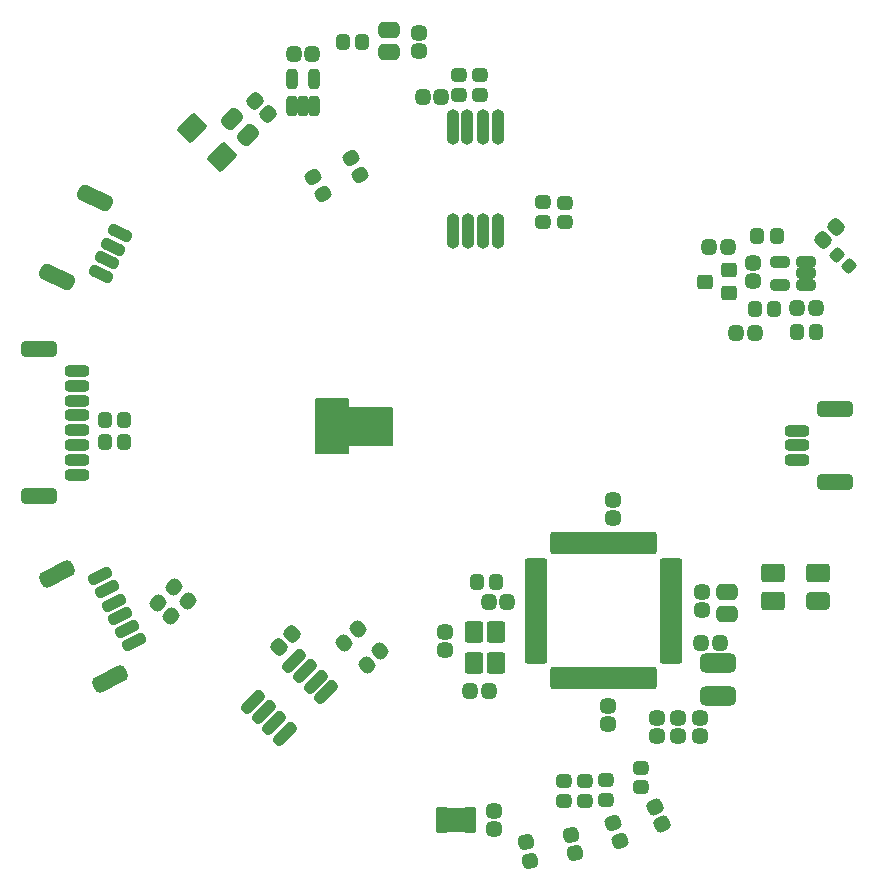
<source format=gbr>
%TF.GenerationSoftware,KiCad,Pcbnew,6.0.4-6f826c9f35~116~ubuntu20.04.1*%
%TF.CreationDate,2022-04-17T22:19:29+00:00*%
%TF.ProjectId,USTTHUNDERMILLPCB01,55535454-4855-44e4-9445-524d494c4c50,rev?*%
%TF.SameCoordinates,Original*%
%TF.FileFunction,Soldermask,Top*%
%TF.FilePolarity,Negative*%
%FSLAX46Y46*%
G04 Gerber Fmt 4.6, Leading zero omitted, Abs format (unit mm)*
G04 Created by KiCad (PCBNEW 6.0.4-6f826c9f35~116~ubuntu20.04.1) date 2022-04-17 22:19:29*
%MOMM*%
%LPD*%
G01*
G04 APERTURE LIST*
G04 Aperture macros list*
%AMRoundRect*
0 Rectangle with rounded corners*
0 $1 Rounding radius*
0 $2 $3 $4 $5 $6 $7 $8 $9 X,Y pos of 4 corners*
0 Add a 4 corners polygon primitive as box body*
4,1,4,$2,$3,$4,$5,$6,$7,$8,$9,$2,$3,0*
0 Add four circle primitives for the rounded corners*
1,1,$1+$1,$2,$3*
1,1,$1+$1,$4,$5*
1,1,$1+$1,$6,$7*
1,1,$1+$1,$8,$9*
0 Add four rect primitives between the rounded corners*
20,1,$1+$1,$2,$3,$4,$5,0*
20,1,$1+$1,$4,$5,$6,$7,0*
20,1,$1+$1,$6,$7,$8,$9,0*
20,1,$1+$1,$8,$9,$2,$3,0*%
G04 Aperture macros list end*
%ADD10C,0.150000*%
%ADD11O,1.100000X3.000000*%
%ADD12RoundRect,0.400000X0.275000X-0.200000X0.275000X0.200000X-0.275000X0.200000X-0.275000X-0.200000X0*%
%ADD13RoundRect,0.400000X0.335876X0.053033X0.053033X0.335876X-0.335876X-0.053033X-0.053033X-0.335876X0*%
%ADD14RoundRect,0.425000X-0.250000X0.225000X-0.250000X-0.225000X0.250000X-0.225000X0.250000X0.225000X0*%
%ADD15RoundRect,0.450000X0.512652X0.159099X0.159099X0.512652X-0.512652X-0.159099X-0.159099X-0.512652X0*%
%ADD16RoundRect,0.418750X0.304135X-0.144974X0.190902X0.277619X-0.304135X0.144974X-0.190902X-0.277619X0*%
%ADD17RoundRect,0.400000X-0.275000X0.200000X-0.275000X-0.200000X0.275000X-0.200000X0.275000X0.200000X0*%
%ADD18RoundRect,0.418750X0.324689X-0.089959X0.139794X0.306551X-0.324689X0.089959X-0.139794X-0.306551X0*%
%ADD19RoundRect,0.400000X-0.200000X-0.275000X0.200000X-0.275000X0.200000X0.275000X-0.200000X0.275000X0*%
%ADD20RoundRect,0.418750X0.290343X-0.170929X0.214371X0.259924X-0.290343X0.170929X-0.214371X-0.259924X0*%
%ADD21RoundRect,0.400000X-0.338157X0.035705X-0.138157X-0.310705X0.338157X-0.035705X0.138157X0.310705X0*%
%ADD22RoundRect,0.425000X0.250000X-0.225000X0.250000X0.225000X-0.250000X0.225000X-0.250000X-0.225000X0*%
%ADD23RoundRect,0.450000X0.475000X-0.250000X0.475000X0.250000X-0.475000X0.250000X-0.475000X-0.250000X0*%
%ADD24RoundRect,0.450000X-0.475000X0.250000X-0.475000X-0.250000X0.475000X-0.250000X0.475000X0.250000X0*%
%ADD25RoundRect,0.350000X-0.477297X-0.689429X0.689429X0.477297X0.477297X0.689429X-0.689429X-0.477297X0*%
%ADD26RoundRect,0.350000X-0.571023X0.431779X-0.697808X0.159887X0.571023X-0.431779X0.697808X-0.159887X0*%
%ADD27RoundRect,0.450000X-0.891284X0.691457X-1.102593X0.238303X0.891284X-0.691457X1.102593X-0.238303X0*%
%ADD28RoundRect,0.425000X0.225000X0.250000X-0.225000X0.250000X-0.225000X-0.250000X0.225000X-0.250000X0*%
%ADD29RoundRect,0.200000X1.060660X0.141421X0.141421X1.060660X-1.060660X-0.141421X-0.141421X-1.060660X0*%
%ADD30RoundRect,0.450000X1.075000X-0.375000X1.075000X0.375000X-1.075000X0.375000X-1.075000X-0.375000X0*%
%ADD31RoundRect,0.425000X-0.225000X-0.250000X0.225000X-0.250000X0.225000X0.250000X-0.225000X0.250000X0*%
%ADD32RoundRect,0.400000X0.200000X0.275000X-0.200000X0.275000X-0.200000X-0.275000X0.200000X-0.275000X0*%
%ADD33RoundRect,0.350000X0.150000X-0.512500X0.150000X0.512500X-0.150000X0.512500X-0.150000X-0.512500X0*%
%ADD34RoundRect,0.200000X0.450000X0.400000X-0.450000X0.400000X-0.450000X-0.400000X0.450000X-0.400000X0*%
%ADD35RoundRect,0.200000X-0.775000X-0.575000X0.775000X-0.575000X0.775000X0.575000X-0.775000X0.575000X0*%
%ADD36RoundRect,0.200000X-0.775000X-0.525000X0.775000X-0.525000X0.775000X0.525000X-0.775000X0.525000X0*%
%ADD37RoundRect,0.200000X-0.750000X-0.275000X0.750000X-0.275000X0.750000X0.275000X-0.750000X0.275000X0*%
%ADD38RoundRect,0.200000X0.275000X-0.750000X0.275000X0.750000X-0.275000X0.750000X-0.275000X-0.750000X0*%
%ADD39RoundRect,0.200000X0.459619X0.035355X0.035355X0.459619X-0.459619X-0.035355X-0.035355X-0.459619X0*%
%ADD40RoundRect,0.400000X-0.053033X0.335876X-0.335876X0.053033X0.053033X-0.335876X0.335876X-0.053033X0*%
%ADD41RoundRect,0.350000X-0.691803X-0.184142X-0.555606X-0.451444X0.691803X0.184142X0.555606X0.451444X0*%
%ADD42RoundRect,0.450000X-1.093605X-0.276638X-0.866610X-0.722141X1.093605X0.276638X0.866610X0.722141X0*%
%ADD43RoundRect,0.350000X0.512500X0.150000X-0.512500X0.150000X-0.512500X-0.150000X0.512500X-0.150000X0*%
%ADD44RoundRect,0.200000X-0.600000X0.700000X-0.600000X-0.700000X0.600000X-0.700000X0.600000X0.700000X0*%
%ADD45RoundRect,0.350000X0.700000X-0.150000X0.700000X0.150000X-0.700000X0.150000X-0.700000X-0.150000X0*%
%ADD46RoundRect,0.450000X1.100000X-0.250000X1.100000X0.250000X-1.100000X0.250000X-1.100000X-0.250000X0*%
%ADD47RoundRect,0.425000X-0.017678X0.335876X-0.335876X0.017678X0.017678X-0.335876X0.335876X-0.017678X0*%
%ADD48RoundRect,0.425000X0.017678X-0.335876X0.335876X-0.017678X-0.017678X0.335876X-0.335876X0.017678X0*%
%ADD49RoundRect,0.425000X0.335876X0.017678X0.017678X0.335876X-0.335876X-0.017678X-0.017678X-0.335876X0*%
%ADD50RoundRect,0.200000X-0.300000X-0.150000X0.300000X-0.150000X0.300000X0.150000X-0.300000X0.150000X0*%
%ADD51RoundRect,0.200000X-0.500000X-0.850000X0.500000X-0.850000X0.500000X0.850000X-0.500000X0.850000X0*%
%ADD52RoundRect,0.350000X-0.700000X0.150000X-0.700000X-0.150000X0.700000X-0.150000X0.700000X0.150000X0*%
%ADD53RoundRect,0.450000X-1.100000X0.250000X-1.100000X-0.250000X1.100000X-0.250000X1.100000X0.250000X0*%
%ADD54RoundRect,0.418750X0.315613X-0.117915X0.165979X0.293200X-0.315613X0.117915X-0.165979X-0.293200X0*%
G04 APERTURE END LIST*
D10*
X-7493200Y1544000D02*
X-12593200Y1544000D01*
X-12593200Y1544000D02*
X-12593200Y-1556000D01*
X-12593200Y-1556000D02*
X-7493200Y-1556000D01*
X-7493200Y-1556000D02*
X-7493200Y1544000D01*
G36*
X-7493200Y1544000D02*
G01*
X-12593200Y1544000D01*
X-12593200Y-1556000D01*
X-7493200Y-1556000D01*
X-7493200Y1544000D01*
G37*
X-13893200Y2294000D02*
X-11193200Y2294000D01*
X-11193200Y2294000D02*
X-11193200Y-2256000D01*
X-11193200Y-2256000D02*
X-13893200Y-2256000D01*
X-13893200Y-2256000D02*
X-13893200Y2294000D01*
G36*
X-13893200Y2294000D02*
G01*
X-11193200Y2294000D01*
X-11193200Y-2256000D01*
X-13893200Y-2256000D01*
X-13893200Y2294000D01*
G37*
X-7493200Y1544000D02*
X-12593200Y1544000D01*
X-12593200Y1544000D02*
X-12593200Y-1556000D01*
X-12593200Y-1556000D02*
X-7493200Y-1556000D01*
X-7493200Y-1556000D02*
X-7493200Y1544000D01*
G36*
X-7493200Y1544000D02*
G01*
X-12593200Y1544000D01*
X-12593200Y-1556000D01*
X-7493200Y-1556000D01*
X-7493200Y1544000D01*
G37*
X-13893200Y2294000D02*
X-11193200Y2294000D01*
X-11193200Y2294000D02*
X-11193200Y-2256000D01*
X-11193200Y-2256000D02*
X-13893200Y-2256000D01*
X-13893200Y-2256000D02*
X-13893200Y2294000D01*
G36*
X-13893200Y2294000D02*
G01*
X-11193200Y2294000D01*
X-11193200Y-2256000D01*
X-13893200Y-2256000D01*
X-13893200Y2294000D01*
G37*
D11*
%TO.C,U4*%
X-2315000Y16540000D03*
X-1045000Y16540000D03*
X225000Y16540000D03*
X1500000Y16540000D03*
X1495000Y25340000D03*
X225000Y25340000D03*
X-1110000Y25340000D03*
X-2315000Y25340000D03*
%TD*%
D12*
%TO.C,R5*%
X8884000Y-31695400D03*
X8884000Y-30045400D03*
%TD*%
D13*
%TO.C,R16*%
X-24771000Y-14815000D03*
X-25937726Y-13648274D03*
%TD*%
D14*
%TO.C,C14*%
X18640800Y-24695000D03*
X18640800Y-26245000D03*
%TD*%
D15*
%TO.C,C6*%
X-19691000Y24682000D03*
X-21034502Y26025502D03*
%TD*%
D16*
%TO.C,D3*%
X8071820Y-36149667D03*
X7664180Y-34628333D03*
%TD*%
D12*
%TO.C,R21*%
X13583000Y-30562000D03*
X13583000Y-28912000D03*
%TD*%
D17*
%TO.C,R9*%
X5356797Y18943999D03*
X5356797Y17293999D03*
%TD*%
D18*
%TO.C,D6*%
X15439812Y-33689717D03*
X14774188Y-32262283D03*
%TD*%
D19*
%TO.C,R3*%
X26810200Y7979600D03*
X28460200Y7979600D03*
%TD*%
%TO.C,R1*%
X23445200Y16107600D03*
X25095200Y16107600D03*
%TD*%
D20*
%TO.C,D4*%
X4194748Y-36799536D03*
X3921252Y-35248464D03*
%TD*%
D21*
%TO.C,R8*%
X-14134500Y21078471D03*
X-13309500Y19649529D03*
%TD*%
D22*
%TO.C,C10*%
X-5213000Y31768000D03*
X-5213000Y33318000D03*
%TD*%
D23*
%TO.C,C9*%
X-7753000Y31672000D03*
X-7753000Y33572000D03*
%TD*%
D24*
%TO.C,C21*%
X20900800Y-14040000D03*
X20900800Y-15940000D03*
%TD*%
D25*
%TO.C,U9*%
X-19232128Y-23346051D03*
X-18334102Y-24244076D03*
X-17436076Y-25142102D03*
X-16538051Y-26040128D03*
X-13037872Y-22539949D03*
X-13935898Y-21641924D03*
X-14833924Y-20743898D03*
X-15731949Y-19845872D03*
%TD*%
D17*
%TO.C,R7*%
X-6000Y29698000D03*
X-6000Y28048000D03*
%TD*%
D26*
%TO.C,J1*%
X-30530921Y16317483D03*
X-31059194Y15184599D03*
X-31587467Y14051714D03*
X-32115740Y12918829D03*
D27*
X-35797769Y12594538D03*
X-32649262Y19346531D03*
%TD*%
D22*
%TO.C,C19*%
X11220000Y-7775000D03*
X11220000Y-6225000D03*
%TD*%
D28*
%TO.C,C17*%
X725000Y-22420000D03*
X-825000Y-22420000D03*
%TD*%
D29*
%TO.C,D2*%
X-21882563Y22809563D03*
X-24357437Y25284437D03*
%TD*%
D14*
%TO.C,C15*%
X-3010000Y-17435000D03*
X-3010000Y-18985000D03*
%TD*%
D30*
%TO.C,L1*%
X20130800Y-22880000D03*
X20130800Y-20080000D03*
%TD*%
D31*
%TO.C,C8*%
X-15780000Y31540000D03*
X-14230000Y31540000D03*
%TD*%
D32*
%TO.C,R19*%
X-30125000Y500000D03*
X-31775000Y500000D03*
%TD*%
D33*
%TO.C,U3*%
X-15942000Y27100500D03*
X-14992000Y27100500D03*
X-14042000Y27100500D03*
X-14042000Y29375500D03*
X-15942000Y29375500D03*
%TD*%
D34*
%TO.C,U1*%
X21060000Y11286000D03*
X21060000Y13186000D03*
X19060000Y12236000D03*
%TD*%
D21*
%TO.C,R10*%
X-10959500Y22729471D03*
X-10134500Y21300529D03*
%TD*%
D14*
%TO.C,C18*%
X10789000Y-23692000D03*
X10789000Y-25242000D03*
%TD*%
D35*
%TO.C,SW1*%
X28570000Y-12420000D03*
X24770000Y-12420000D03*
X24770000Y-14820000D03*
D36*
X28570000Y-14820000D03*
%TD*%
D37*
%TO.C,U8*%
X4750800Y-11630000D03*
X4750800Y-12430000D03*
X4750800Y-13230000D03*
X4750800Y-14030000D03*
X4750800Y-14830000D03*
X4750800Y-15630000D03*
X4750800Y-16430000D03*
X4750800Y-17230000D03*
X4750800Y-18030000D03*
X4750800Y-18830000D03*
X4750800Y-19630000D03*
D38*
X6450800Y-21330000D03*
X7250800Y-21330000D03*
X8050800Y-21330000D03*
X8850800Y-21330000D03*
X9650800Y-21330000D03*
X10450800Y-21330000D03*
X11250800Y-21330000D03*
X12050800Y-21330000D03*
X12850800Y-21330000D03*
X13650800Y-21330000D03*
X14450800Y-21330000D03*
D37*
X16150800Y-19630000D03*
X16150800Y-18830000D03*
X16150800Y-18030000D03*
X16150800Y-17230000D03*
X16150800Y-16430000D03*
X16150800Y-15630000D03*
X16150800Y-14830000D03*
X16150800Y-14030000D03*
X16150800Y-13230000D03*
X16150800Y-12430000D03*
X16150800Y-11630000D03*
D38*
X14450800Y-9930000D03*
X13650800Y-9930000D03*
X12850800Y-9930000D03*
X12050800Y-9930000D03*
X11250800Y-9930000D03*
X10450800Y-9930000D03*
X9650800Y-9930000D03*
X8850800Y-9930000D03*
X8050800Y-9930000D03*
X7250800Y-9930000D03*
X6450800Y-9930000D03*
%TD*%
D39*
%TO.C,D1*%
X30233025Y14508975D03*
X31222975Y13519025D03*
%TD*%
D31*
%TO.C,C4*%
X26860200Y10011600D03*
X28410200Y10011600D03*
%TD*%
D40*
%TO.C,R13*%
X-10344637Y-17152637D03*
X-11511363Y-18319363D03*
%TD*%
D17*
%TO.C,R6*%
X-1784000Y29698000D03*
X-1784000Y28048000D03*
%TD*%
D28*
%TO.C,C16*%
X20270800Y-18380000D03*
X18720800Y-18380000D03*
%TD*%
D31*
%TO.C,C3*%
X21698000Y7918000D03*
X23248000Y7918000D03*
%TD*%
D41*
%TO.C,J6*%
X-32161358Y-12714722D03*
X-31593870Y-13828480D03*
X-31026382Y-14942238D03*
X-30458894Y-16055997D03*
X-29891406Y-17169755D03*
X-29323918Y-18283513D03*
D42*
X-31335256Y-21384645D03*
X-35852462Y-12519130D03*
%TD*%
D40*
%TO.C,R12*%
X-8439637Y-19057637D03*
X-9606363Y-20224363D03*
%TD*%
D14*
%TO.C,C23*%
X18750800Y-14040000D03*
X18750800Y-15590000D03*
%TD*%
D43*
%TO.C,U2*%
X27629700Y11982600D03*
X27629700Y12932600D03*
X27629700Y13882600D03*
X25354700Y13882600D03*
X25354700Y11982600D03*
%TD*%
D44*
%TO.C,Y1*%
X-558400Y-17441400D03*
X-558400Y-20041400D03*
X1341600Y-20041400D03*
X1341600Y-17441400D03*
%TD*%
D28*
%TO.C,C22*%
X-3308000Y27857000D03*
X-4858000Y27857000D03*
%TD*%
D45*
%TO.C,J2*%
X26846000Y-2882400D03*
X26846000Y-1632400D03*
X26846000Y-382400D03*
D46*
X30046000Y1467600D03*
X30046000Y-4732400D03*
%TD*%
D19*
%TO.C,R2*%
X23254200Y9884600D03*
X24904200Y9884600D03*
%TD*%
D28*
%TO.C,C1*%
X20962000Y15157000D03*
X19412000Y15157000D03*
%TD*%
D17*
%TO.C,R11*%
X7156800Y18919000D03*
X7156800Y17269000D03*
%TD*%
D12*
%TO.C,R18*%
X10662000Y-31642000D03*
X10662000Y-29992000D03*
%TD*%
D14*
%TO.C,C5*%
X23063200Y13821600D03*
X23063200Y12271600D03*
%TD*%
D28*
%TO.C,C20*%
X2285000Y-14870000D03*
X735000Y-14870000D03*
%TD*%
D22*
%TO.C,C11*%
X1137000Y-34132000D03*
X1137000Y-32582000D03*
%TD*%
D47*
%TO.C,C2*%
X30133008Y16848008D03*
X29036992Y15751992D03*
%TD*%
D14*
%TO.C,C13*%
X16760800Y-24725000D03*
X16760800Y-26275000D03*
%TD*%
D13*
%TO.C,R17*%
X-26144274Y-16108726D03*
X-27311000Y-14942000D03*
%TD*%
D32*
%TO.C,R20*%
X-30125000Y-1300000D03*
X-31775000Y-1300000D03*
%TD*%
%TO.C,R14*%
X1365000Y-13170000D03*
X-285000Y-13170000D03*
%TD*%
D48*
%TO.C,C24*%
X-17064008Y-18665008D03*
X-15967992Y-17568992D03*
%TD*%
D12*
%TO.C,R15*%
X7106000Y-31705000D03*
X7106000Y-30055000D03*
%TD*%
D49*
%TO.C,C7*%
X-17999992Y26419992D03*
X-19096008Y27516008D03*
%TD*%
D32*
%TO.C,R4*%
X-9976000Y32556000D03*
X-11626000Y32556000D03*
%TD*%
D50*
%TO.C,U7*%
X-3238000Y-32607000D03*
X-3238000Y-33107000D03*
X-3238000Y-33607000D03*
X-3238000Y-34107000D03*
X-838000Y-34107000D03*
X-838000Y-33607000D03*
X-838000Y-33107000D03*
X-838000Y-32607000D03*
D51*
X-2038000Y-33357000D03*
%TD*%
D14*
%TO.C,C12*%
X14960000Y-24685000D03*
X14960000Y-26235000D03*
%TD*%
D52*
%TO.C,J5*%
X-34131516Y4651871D03*
X-34131516Y3401871D03*
X-34131516Y2151871D03*
X-34131516Y901871D03*
X-34131516Y-348129D03*
X-34131516Y-1598129D03*
X-34131516Y-2848129D03*
X-34131516Y-4098129D03*
D53*
X-37331516Y-5948129D03*
X-37331516Y6501871D03*
%TD*%
D54*
%TO.C,D5*%
X11820341Y-35113008D03*
X11281659Y-33632992D03*
%TD*%
M02*

</source>
